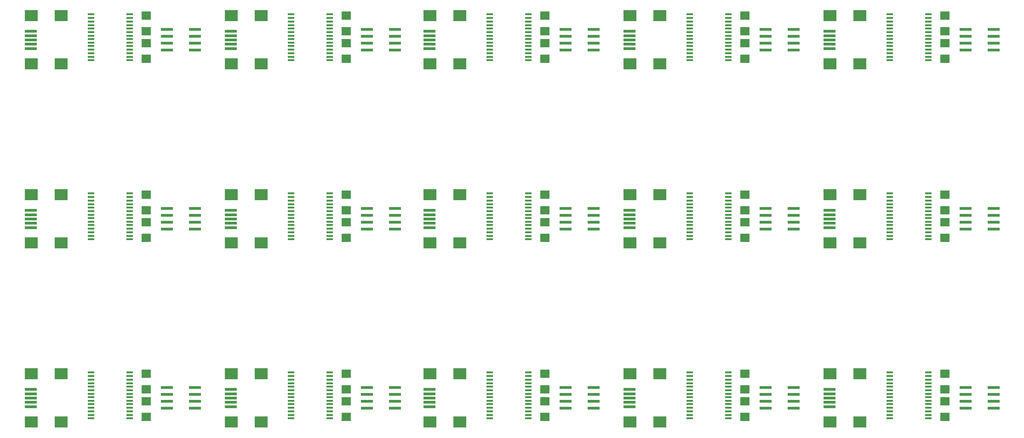
<source format=gtp>
G04 (created by PCBNEW-RS274X (2011-07-08)-stable) date Sun 14 Aug 2011 04:05:59 PM EDT*
G01*
G70*
G90*
%MOIN*%
G04 Gerber Fmt 3.4, Leading zero omitted, Abs format*
%FSLAX34Y34*%
G04 APERTURE LIST*
%ADD10C,0.006000*%
%ADD11R,0.070900X0.062900*%
%ADD12R,0.091000X0.019000*%
%ADD13R,0.098000X0.079000*%
%ADD14R,0.050000X0.016000*%
%ADD15R,0.086600X0.023600*%
G04 APERTURE END LIST*
G54D10*
G54D11*
X83400Y-55559D03*
X83400Y-54441D03*
G54D12*
X75015Y-53890D03*
X75015Y-53580D03*
X75015Y-54200D03*
X75015Y-54510D03*
G54D13*
X77220Y-55950D03*
X75050Y-55950D03*
X75050Y-52450D03*
X77220Y-52450D03*
G54D12*
X75015Y-54820D03*
G54D14*
X79400Y-52350D03*
X79400Y-52600D03*
X79400Y-52860D03*
X79400Y-53120D03*
X79400Y-53370D03*
X79400Y-53630D03*
X79400Y-53890D03*
X79400Y-54140D03*
X79400Y-54400D03*
X79400Y-54650D03*
X79400Y-54910D03*
X79400Y-55170D03*
X79400Y-55420D03*
X79400Y-55680D03*
X82200Y-55680D03*
X82200Y-55420D03*
X82200Y-55180D03*
X82200Y-54910D03*
X82200Y-54650D03*
X82200Y-54400D03*
X82200Y-54140D03*
X82200Y-53890D03*
X82200Y-53630D03*
X82200Y-53370D03*
X82200Y-53120D03*
X82200Y-52860D03*
X82200Y-52600D03*
X82200Y-52350D03*
G54D15*
X84876Y-53450D03*
X84876Y-53950D03*
X84876Y-54450D03*
X84876Y-54950D03*
X86923Y-54950D03*
X86923Y-54450D03*
X86923Y-53950D03*
X86923Y-53450D03*
G54D11*
X83400Y-52441D03*
X83400Y-53559D03*
X54400Y-55559D03*
X54400Y-54441D03*
G54D12*
X46015Y-53890D03*
X46015Y-53580D03*
X46015Y-54200D03*
X46015Y-54510D03*
G54D13*
X48220Y-55950D03*
X46050Y-55950D03*
X46050Y-52450D03*
X48220Y-52450D03*
G54D12*
X46015Y-54820D03*
G54D14*
X50400Y-52350D03*
X50400Y-52600D03*
X50400Y-52860D03*
X50400Y-53120D03*
X50400Y-53370D03*
X50400Y-53630D03*
X50400Y-53890D03*
X50400Y-54140D03*
X50400Y-54400D03*
X50400Y-54650D03*
X50400Y-54910D03*
X50400Y-55170D03*
X50400Y-55420D03*
X50400Y-55680D03*
X53200Y-55680D03*
X53200Y-55420D03*
X53200Y-55180D03*
X53200Y-54910D03*
X53200Y-54650D03*
X53200Y-54400D03*
X53200Y-54140D03*
X53200Y-53890D03*
X53200Y-53630D03*
X53200Y-53370D03*
X53200Y-53120D03*
X53200Y-52860D03*
X53200Y-52600D03*
X53200Y-52350D03*
G54D15*
X55876Y-53450D03*
X55876Y-53950D03*
X55876Y-54450D03*
X55876Y-54950D03*
X57923Y-54950D03*
X57923Y-54450D03*
X57923Y-53950D03*
X57923Y-53450D03*
G54D11*
X54400Y-52441D03*
X54400Y-53559D03*
X68900Y-52441D03*
X68900Y-53559D03*
G54D15*
X70376Y-53450D03*
X70376Y-53950D03*
X70376Y-54450D03*
X70376Y-54950D03*
X72423Y-54950D03*
X72423Y-54450D03*
X72423Y-53950D03*
X72423Y-53450D03*
G54D14*
X64900Y-52350D03*
X64900Y-52600D03*
X64900Y-52860D03*
X64900Y-53120D03*
X64900Y-53370D03*
X64900Y-53630D03*
X64900Y-53890D03*
X64900Y-54140D03*
X64900Y-54400D03*
X64900Y-54650D03*
X64900Y-54910D03*
X64900Y-55170D03*
X64900Y-55420D03*
X64900Y-55680D03*
X67700Y-55680D03*
X67700Y-55420D03*
X67700Y-55180D03*
X67700Y-54910D03*
X67700Y-54650D03*
X67700Y-54400D03*
X67700Y-54140D03*
X67700Y-53890D03*
X67700Y-53630D03*
X67700Y-53370D03*
X67700Y-53120D03*
X67700Y-52860D03*
X67700Y-52600D03*
X67700Y-52350D03*
G54D12*
X60515Y-53890D03*
X60515Y-53580D03*
X60515Y-54200D03*
X60515Y-54510D03*
G54D13*
X62720Y-55950D03*
X60550Y-55950D03*
X60550Y-52450D03*
X62720Y-52450D03*
G54D12*
X60515Y-54820D03*
G54D11*
X68900Y-55559D03*
X68900Y-54441D03*
X40000Y-55559D03*
X40000Y-54441D03*
G54D12*
X31615Y-53890D03*
X31615Y-53580D03*
X31615Y-54200D03*
X31615Y-54510D03*
G54D13*
X33820Y-55950D03*
X31650Y-55950D03*
X31650Y-52450D03*
X33820Y-52450D03*
G54D12*
X31615Y-54820D03*
G54D14*
X36000Y-52350D03*
X36000Y-52600D03*
X36000Y-52860D03*
X36000Y-53120D03*
X36000Y-53370D03*
X36000Y-53630D03*
X36000Y-53890D03*
X36000Y-54140D03*
X36000Y-54400D03*
X36000Y-54650D03*
X36000Y-54910D03*
X36000Y-55170D03*
X36000Y-55420D03*
X36000Y-55680D03*
X38800Y-55680D03*
X38800Y-55420D03*
X38800Y-55180D03*
X38800Y-54910D03*
X38800Y-54650D03*
X38800Y-54400D03*
X38800Y-54140D03*
X38800Y-53890D03*
X38800Y-53630D03*
X38800Y-53370D03*
X38800Y-53120D03*
X38800Y-52860D03*
X38800Y-52600D03*
X38800Y-52350D03*
G54D15*
X41476Y-53450D03*
X41476Y-53950D03*
X41476Y-54450D03*
X41476Y-54950D03*
X43523Y-54950D03*
X43523Y-54450D03*
X43523Y-53950D03*
X43523Y-53450D03*
G54D11*
X40000Y-52441D03*
X40000Y-53559D03*
X25500Y-52441D03*
X25500Y-53559D03*
G54D15*
X26976Y-53450D03*
X26976Y-53950D03*
X26976Y-54450D03*
X26976Y-54950D03*
X29023Y-54950D03*
X29023Y-54450D03*
X29023Y-53950D03*
X29023Y-53450D03*
G54D14*
X21500Y-52350D03*
X21500Y-52600D03*
X21500Y-52860D03*
X21500Y-53120D03*
X21500Y-53370D03*
X21500Y-53630D03*
X21500Y-53890D03*
X21500Y-54140D03*
X21500Y-54400D03*
X21500Y-54650D03*
X21500Y-54910D03*
X21500Y-55170D03*
X21500Y-55420D03*
X21500Y-55680D03*
X24300Y-55680D03*
X24300Y-55420D03*
X24300Y-55180D03*
X24300Y-54910D03*
X24300Y-54650D03*
X24300Y-54400D03*
X24300Y-54140D03*
X24300Y-53890D03*
X24300Y-53630D03*
X24300Y-53370D03*
X24300Y-53120D03*
X24300Y-52860D03*
X24300Y-52600D03*
X24300Y-52350D03*
G54D12*
X17115Y-53890D03*
X17115Y-53580D03*
X17115Y-54200D03*
X17115Y-54510D03*
G54D13*
X19320Y-55950D03*
X17150Y-55950D03*
X17150Y-52450D03*
X19320Y-52450D03*
G54D12*
X17115Y-54820D03*
G54D11*
X25500Y-55559D03*
X25500Y-54441D03*
X25500Y-42559D03*
X25500Y-41441D03*
G54D12*
X17115Y-40890D03*
X17115Y-40580D03*
X17115Y-41200D03*
X17115Y-41510D03*
G54D13*
X19320Y-42950D03*
X17150Y-42950D03*
X17150Y-39450D03*
X19320Y-39450D03*
G54D12*
X17115Y-41820D03*
G54D14*
X21500Y-39350D03*
X21500Y-39600D03*
X21500Y-39860D03*
X21500Y-40120D03*
X21500Y-40370D03*
X21500Y-40630D03*
X21500Y-40890D03*
X21500Y-41140D03*
X21500Y-41400D03*
X21500Y-41650D03*
X21500Y-41910D03*
X21500Y-42170D03*
X21500Y-42420D03*
X21500Y-42680D03*
X24300Y-42680D03*
X24300Y-42420D03*
X24300Y-42180D03*
X24300Y-41910D03*
X24300Y-41650D03*
X24300Y-41400D03*
X24300Y-41140D03*
X24300Y-40890D03*
X24300Y-40630D03*
X24300Y-40370D03*
X24300Y-40120D03*
X24300Y-39860D03*
X24300Y-39600D03*
X24300Y-39350D03*
G54D15*
X26976Y-40450D03*
X26976Y-40950D03*
X26976Y-41450D03*
X26976Y-41950D03*
X29023Y-41950D03*
X29023Y-41450D03*
X29023Y-40950D03*
X29023Y-40450D03*
G54D11*
X25500Y-39441D03*
X25500Y-40559D03*
X40000Y-39441D03*
X40000Y-40559D03*
G54D15*
X41476Y-40450D03*
X41476Y-40950D03*
X41476Y-41450D03*
X41476Y-41950D03*
X43523Y-41950D03*
X43523Y-41450D03*
X43523Y-40950D03*
X43523Y-40450D03*
G54D14*
X36000Y-39350D03*
X36000Y-39600D03*
X36000Y-39860D03*
X36000Y-40120D03*
X36000Y-40370D03*
X36000Y-40630D03*
X36000Y-40890D03*
X36000Y-41140D03*
X36000Y-41400D03*
X36000Y-41650D03*
X36000Y-41910D03*
X36000Y-42170D03*
X36000Y-42420D03*
X36000Y-42680D03*
X38800Y-42680D03*
X38800Y-42420D03*
X38800Y-42180D03*
X38800Y-41910D03*
X38800Y-41650D03*
X38800Y-41400D03*
X38800Y-41140D03*
X38800Y-40890D03*
X38800Y-40630D03*
X38800Y-40370D03*
X38800Y-40120D03*
X38800Y-39860D03*
X38800Y-39600D03*
X38800Y-39350D03*
G54D12*
X31615Y-40890D03*
X31615Y-40580D03*
X31615Y-41200D03*
X31615Y-41510D03*
G54D13*
X33820Y-42950D03*
X31650Y-42950D03*
X31650Y-39450D03*
X33820Y-39450D03*
G54D12*
X31615Y-41820D03*
G54D11*
X40000Y-42559D03*
X40000Y-41441D03*
X68900Y-42559D03*
X68900Y-41441D03*
G54D12*
X60515Y-40890D03*
X60515Y-40580D03*
X60515Y-41200D03*
X60515Y-41510D03*
G54D13*
X62720Y-42950D03*
X60550Y-42950D03*
X60550Y-39450D03*
X62720Y-39450D03*
G54D12*
X60515Y-41820D03*
G54D14*
X64900Y-39350D03*
X64900Y-39600D03*
X64900Y-39860D03*
X64900Y-40120D03*
X64900Y-40370D03*
X64900Y-40630D03*
X64900Y-40890D03*
X64900Y-41140D03*
X64900Y-41400D03*
X64900Y-41650D03*
X64900Y-41910D03*
X64900Y-42170D03*
X64900Y-42420D03*
X64900Y-42680D03*
X67700Y-42680D03*
X67700Y-42420D03*
X67700Y-42180D03*
X67700Y-41910D03*
X67700Y-41650D03*
X67700Y-41400D03*
X67700Y-41140D03*
X67700Y-40890D03*
X67700Y-40630D03*
X67700Y-40370D03*
X67700Y-40120D03*
X67700Y-39860D03*
X67700Y-39600D03*
X67700Y-39350D03*
G54D15*
X70376Y-40450D03*
X70376Y-40950D03*
X70376Y-41450D03*
X70376Y-41950D03*
X72423Y-41950D03*
X72423Y-41450D03*
X72423Y-40950D03*
X72423Y-40450D03*
G54D11*
X68900Y-39441D03*
X68900Y-40559D03*
X54400Y-39441D03*
X54400Y-40559D03*
G54D15*
X55876Y-40450D03*
X55876Y-40950D03*
X55876Y-41450D03*
X55876Y-41950D03*
X57923Y-41950D03*
X57923Y-41450D03*
X57923Y-40950D03*
X57923Y-40450D03*
G54D14*
X50400Y-39350D03*
X50400Y-39600D03*
X50400Y-39860D03*
X50400Y-40120D03*
X50400Y-40370D03*
X50400Y-40630D03*
X50400Y-40890D03*
X50400Y-41140D03*
X50400Y-41400D03*
X50400Y-41650D03*
X50400Y-41910D03*
X50400Y-42170D03*
X50400Y-42420D03*
X50400Y-42680D03*
X53200Y-42680D03*
X53200Y-42420D03*
X53200Y-42180D03*
X53200Y-41910D03*
X53200Y-41650D03*
X53200Y-41400D03*
X53200Y-41140D03*
X53200Y-40890D03*
X53200Y-40630D03*
X53200Y-40370D03*
X53200Y-40120D03*
X53200Y-39860D03*
X53200Y-39600D03*
X53200Y-39350D03*
G54D12*
X46015Y-40890D03*
X46015Y-40580D03*
X46015Y-41200D03*
X46015Y-41510D03*
G54D13*
X48220Y-42950D03*
X46050Y-42950D03*
X46050Y-39450D03*
X48220Y-39450D03*
G54D12*
X46015Y-41820D03*
G54D11*
X54400Y-42559D03*
X54400Y-41441D03*
X83400Y-39441D03*
X83400Y-40559D03*
G54D15*
X84876Y-40450D03*
X84876Y-40950D03*
X84876Y-41450D03*
X84876Y-41950D03*
X86923Y-41950D03*
X86923Y-41450D03*
X86923Y-40950D03*
X86923Y-40450D03*
G54D14*
X79400Y-39350D03*
X79400Y-39600D03*
X79400Y-39860D03*
X79400Y-40120D03*
X79400Y-40370D03*
X79400Y-40630D03*
X79400Y-40890D03*
X79400Y-41140D03*
X79400Y-41400D03*
X79400Y-41650D03*
X79400Y-41910D03*
X79400Y-42170D03*
X79400Y-42420D03*
X79400Y-42680D03*
X82200Y-42680D03*
X82200Y-42420D03*
X82200Y-42180D03*
X82200Y-41910D03*
X82200Y-41650D03*
X82200Y-41400D03*
X82200Y-41140D03*
X82200Y-40890D03*
X82200Y-40630D03*
X82200Y-40370D03*
X82200Y-40120D03*
X82200Y-39860D03*
X82200Y-39600D03*
X82200Y-39350D03*
G54D12*
X75015Y-40890D03*
X75015Y-40580D03*
X75015Y-41200D03*
X75015Y-41510D03*
G54D13*
X77220Y-42950D03*
X75050Y-42950D03*
X75050Y-39450D03*
X77220Y-39450D03*
G54D12*
X75015Y-41820D03*
G54D11*
X83400Y-42559D03*
X83400Y-41441D03*
X83400Y-29559D03*
X83400Y-28441D03*
G54D12*
X75015Y-27890D03*
X75015Y-27580D03*
X75015Y-28200D03*
X75015Y-28510D03*
G54D13*
X77220Y-29950D03*
X75050Y-29950D03*
X75050Y-26450D03*
X77220Y-26450D03*
G54D12*
X75015Y-28820D03*
G54D14*
X79400Y-26350D03*
X79400Y-26600D03*
X79400Y-26860D03*
X79400Y-27120D03*
X79400Y-27370D03*
X79400Y-27630D03*
X79400Y-27890D03*
X79400Y-28140D03*
X79400Y-28400D03*
X79400Y-28650D03*
X79400Y-28910D03*
X79400Y-29170D03*
X79400Y-29420D03*
X79400Y-29680D03*
X82200Y-29680D03*
X82200Y-29420D03*
X82200Y-29180D03*
X82200Y-28910D03*
X82200Y-28650D03*
X82200Y-28400D03*
X82200Y-28140D03*
X82200Y-27890D03*
X82200Y-27630D03*
X82200Y-27370D03*
X82200Y-27120D03*
X82200Y-26860D03*
X82200Y-26600D03*
X82200Y-26350D03*
G54D15*
X84876Y-27450D03*
X84876Y-27950D03*
X84876Y-28450D03*
X84876Y-28950D03*
X86923Y-28950D03*
X86923Y-28450D03*
X86923Y-27950D03*
X86923Y-27450D03*
G54D11*
X83400Y-26441D03*
X83400Y-27559D03*
X54400Y-29559D03*
X54400Y-28441D03*
G54D12*
X46015Y-27890D03*
X46015Y-27580D03*
X46015Y-28200D03*
X46015Y-28510D03*
G54D13*
X48220Y-29950D03*
X46050Y-29950D03*
X46050Y-26450D03*
X48220Y-26450D03*
G54D12*
X46015Y-28820D03*
G54D14*
X50400Y-26350D03*
X50400Y-26600D03*
X50400Y-26860D03*
X50400Y-27120D03*
X50400Y-27370D03*
X50400Y-27630D03*
X50400Y-27890D03*
X50400Y-28140D03*
X50400Y-28400D03*
X50400Y-28650D03*
X50400Y-28910D03*
X50400Y-29170D03*
X50400Y-29420D03*
X50400Y-29680D03*
X53200Y-29680D03*
X53200Y-29420D03*
X53200Y-29180D03*
X53200Y-28910D03*
X53200Y-28650D03*
X53200Y-28400D03*
X53200Y-28140D03*
X53200Y-27890D03*
X53200Y-27630D03*
X53200Y-27370D03*
X53200Y-27120D03*
X53200Y-26860D03*
X53200Y-26600D03*
X53200Y-26350D03*
G54D15*
X55876Y-27450D03*
X55876Y-27950D03*
X55876Y-28450D03*
X55876Y-28950D03*
X57923Y-28950D03*
X57923Y-28450D03*
X57923Y-27950D03*
X57923Y-27450D03*
G54D11*
X54400Y-26441D03*
X54400Y-27559D03*
X68900Y-26441D03*
X68900Y-27559D03*
G54D15*
X70376Y-27450D03*
X70376Y-27950D03*
X70376Y-28450D03*
X70376Y-28950D03*
X72423Y-28950D03*
X72423Y-28450D03*
X72423Y-27950D03*
X72423Y-27450D03*
G54D14*
X64900Y-26350D03*
X64900Y-26600D03*
X64900Y-26860D03*
X64900Y-27120D03*
X64900Y-27370D03*
X64900Y-27630D03*
X64900Y-27890D03*
X64900Y-28140D03*
X64900Y-28400D03*
X64900Y-28650D03*
X64900Y-28910D03*
X64900Y-29170D03*
X64900Y-29420D03*
X64900Y-29680D03*
X67700Y-29680D03*
X67700Y-29420D03*
X67700Y-29180D03*
X67700Y-28910D03*
X67700Y-28650D03*
X67700Y-28400D03*
X67700Y-28140D03*
X67700Y-27890D03*
X67700Y-27630D03*
X67700Y-27370D03*
X67700Y-27120D03*
X67700Y-26860D03*
X67700Y-26600D03*
X67700Y-26350D03*
G54D12*
X60515Y-27890D03*
X60515Y-27580D03*
X60515Y-28200D03*
X60515Y-28510D03*
G54D13*
X62720Y-29950D03*
X60550Y-29950D03*
X60550Y-26450D03*
X62720Y-26450D03*
G54D12*
X60515Y-28820D03*
G54D11*
X68900Y-29559D03*
X68900Y-28441D03*
X40000Y-29559D03*
X40000Y-28441D03*
G54D12*
X31615Y-27890D03*
X31615Y-27580D03*
X31615Y-28200D03*
X31615Y-28510D03*
G54D13*
X33820Y-29950D03*
X31650Y-29950D03*
X31650Y-26450D03*
X33820Y-26450D03*
G54D12*
X31615Y-28820D03*
G54D14*
X36000Y-26350D03*
X36000Y-26600D03*
X36000Y-26860D03*
X36000Y-27120D03*
X36000Y-27370D03*
X36000Y-27630D03*
X36000Y-27890D03*
X36000Y-28140D03*
X36000Y-28400D03*
X36000Y-28650D03*
X36000Y-28910D03*
X36000Y-29170D03*
X36000Y-29420D03*
X36000Y-29680D03*
X38800Y-29680D03*
X38800Y-29420D03*
X38800Y-29180D03*
X38800Y-28910D03*
X38800Y-28650D03*
X38800Y-28400D03*
X38800Y-28140D03*
X38800Y-27890D03*
X38800Y-27630D03*
X38800Y-27370D03*
X38800Y-27120D03*
X38800Y-26860D03*
X38800Y-26600D03*
X38800Y-26350D03*
G54D15*
X41476Y-27450D03*
X41476Y-27950D03*
X41476Y-28450D03*
X41476Y-28950D03*
X43523Y-28950D03*
X43523Y-28450D03*
X43523Y-27950D03*
X43523Y-27450D03*
G54D11*
X40000Y-26441D03*
X40000Y-27559D03*
X25500Y-26441D03*
X25500Y-27559D03*
G54D15*
X26976Y-27450D03*
X26976Y-27950D03*
X26976Y-28450D03*
X26976Y-28950D03*
X29023Y-28950D03*
X29023Y-28450D03*
X29023Y-27950D03*
X29023Y-27450D03*
G54D14*
X21500Y-26350D03*
X21500Y-26600D03*
X21500Y-26860D03*
X21500Y-27120D03*
X21500Y-27370D03*
X21500Y-27630D03*
X21500Y-27890D03*
X21500Y-28140D03*
X21500Y-28400D03*
X21500Y-28650D03*
X21500Y-28910D03*
X21500Y-29170D03*
X21500Y-29420D03*
X21500Y-29680D03*
X24300Y-29680D03*
X24300Y-29420D03*
X24300Y-29180D03*
X24300Y-28910D03*
X24300Y-28650D03*
X24300Y-28400D03*
X24300Y-28140D03*
X24300Y-27890D03*
X24300Y-27630D03*
X24300Y-27370D03*
X24300Y-27120D03*
X24300Y-26860D03*
X24300Y-26600D03*
X24300Y-26350D03*
G54D12*
X17115Y-27890D03*
X17115Y-27580D03*
X17115Y-28200D03*
X17115Y-28510D03*
G54D13*
X19320Y-29950D03*
X17150Y-29950D03*
X17150Y-26450D03*
X19320Y-26450D03*
G54D12*
X17115Y-28820D03*
G54D11*
X25500Y-29559D03*
X25500Y-28441D03*
M02*

</source>
